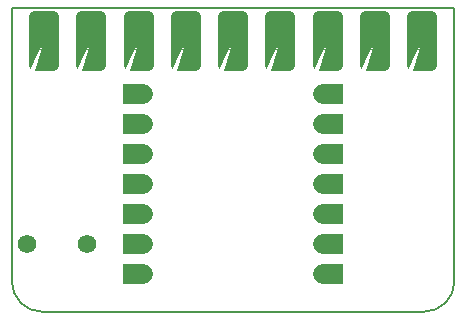
<source format=gbr>
G04 DesignSpark PCB Gerber Version 11.0 Build 5877*
G04 #@! TF.Part,Single*
G04 #@! TF.FileFunction,Soldermask,Bot*
G04 #@! TF.FilePolarity,Negative*
%FSLAX35Y35*%
%MOIN*%
G04 #@! TA.AperFunction,ComponentPad*
%AMT78*0 Offset Bullet Pad at angle 90*4,1,35,0.06793,-0.03250,0.06793,0.03250,0.00001,0.03250,-0.00319,0.03234,-0.00634,0.03187,-0.00943,0.03109,-0.01244,0.03002,-0.01532,0.02866,-0.01806,0.02702,-0.02062,0.02512,-0.02298,0.02298,-0.02512,0.02061,-0.02702,0.01805,-0.02866,0.01531,-0.03002,0.01243,-0.03109,0.00943,-0.03187,0.00633,-0.03234,0.00318,-0.03250,-0.00000,-0.03234,-0.00319,-0.03187,-0.00634,-0.03109,-0.00944,-0.03002,-0.01244,-0.02866,-0.01532,-0.02702,-0.01806,-0.02511,-0.02062,-0.02297,-0.02298,-0.02061,-0.02513,-0.01805,-0.02702,-0.01531,-0.02866,-0.01243,-0.03002,-0.00943,-0.03110,-0.00633,-0.03187,-0.00318,-0.03234,0.00001,-0.03250,0.06793,-0.03250,0*%
%ADD78T78*%
G04 #@! TD.AperFunction*
%ADD12C,0.00500*%
G04 #@! TA.AperFunction,ComponentPad*
%ADD168C,0.06200*%
G04 #@! TA.AperFunction,SMDPad,CuDef*
%AMT81*0 Rounded Rectangle Pad at angle 0*4,1,56,-0.02993,-0.09943,0.02993,-0.09943,0.03238,-0.09928,0.03479,-0.09883,0.03713,-0.09811,0.03936,-0.09710,0.04145,-0.09583,0.04338,-0.09432,0.04511,-0.09259,0.04663,-0.09066,0.04789,-0.08857,0.04890,-0.08633,0.04963,-0.08400,0.05007,-0.08159,0.05021,-0.07915,0.05021,0.07915,0.05006,0.08159,0.04962,0.08400,0.04889,0.08634,0.04789,0.08857,0.04662,0.09067,0.04511,0.09259,0.04338,0.09433,0.04145,0.09584,0.03935,0.09711,0.03712,0.09811,0.03478,0.09884,0.03237,0.09928,0.02993,0.09943,-0.02993,0.09943,-0.03238,0.09928,-0.03479,0.09883,-0.03713,0.09811,-0.03936,0.09710,-0.04145,0.09583,-0.04338,0.09432,-0.04511,0.09259,-0.04663,0.09066,-0.04789,0.08857,-0.04890,0.08633,-0.04963,0.08400,-0.05007,0.08159,-0.05021,0.07915,-0.05021,-0.07915,-0.05006,-0.08159,-0.04962,-0.08400,-0.04889,-0.08634,-0.04789,-0.08857,-0.04662,-0.09067,-0.04511,-0.09259,-0.04338,-0.09433,-0.04145,-0.09584,-0.03935,-0.09711,-0.03712,-0.09811,-0.03478,-0.09884,-0.03237,-0.09928,-0.02993,-0.09943,0*%
%ADD81T81*%
G04 #@! TA.AperFunction,ComponentPad*
%AMT77*0 Offset Bullet Pad at angle 270*4,1,35,-0.06793,0.03250,-0.06793,-0.03250,0.00001,-0.03250,0.00319,-0.03234,0.00634,-0.03187,0.00943,-0.03109,0.01244,-0.03002,0.01532,-0.02866,0.01806,-0.02702,0.02062,-0.02512,0.02298,-0.02298,0.02512,-0.02061,0.02702,-0.01805,0.02866,-0.01531,0.03002,-0.01243,0.03109,-0.00943,0.03187,-0.00633,0.03234,-0.00318,0.03250,0.00000,0.03234,0.00319,0.03187,0.00634,0.03109,0.00944,0.03002,0.01244,0.02866,0.01532,0.02702,0.01806,0.02511,0.02062,0.02297,0.02298,0.02061,0.02513,0.01805,0.02702,0.01531,0.02866,0.01243,0.03002,0.00943,0.03110,0.00633,0.03187,0.00318,0.03234,0.00001,0.03250,-0.06793,0.03250,0*%
%ADD77T77*%
G04 #@! TD.AperFunction*
X0Y0D02*
D02*
D12*
X56348Y32598D02*
G75*
G02*
X46348Y42598I0J10000D01*
G01*
Y133848D01*
X193848D01*
Y42598D01*
G75*
G02*
X183848Y32598I-10000J0D01*
G01*
X56348D01*
D02*
D77*
X90098Y45098D03*
Y55098D03*
Y65098D03*
Y75098D03*
Y85098D03*
Y95098D03*
Y105098D03*
D02*
D78*
X150098Y45098D03*
Y55098D03*
Y65098D03*
Y75098D03*
Y85098D03*
Y95098D03*
Y105098D03*
D02*
D81*
X57105Y122672D03*
X72853D03*
X88601D03*
X104349D03*
X120097D03*
X135845D03*
X151593D03*
X167341D03*
X183089D03*
D02*
D168*
X51348Y55098D03*
X71348D03*
X0Y0D02*
M02*

</source>
